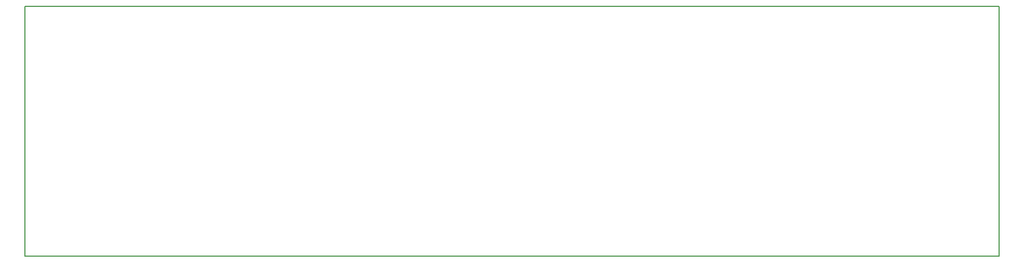
<source format=gko>
G04 start of page 4 for group 2 idx 2 *
G04 Title: 26.006.01.01.01, outline *
G04 Creator: pcb 4.1.2 *
G04 CreationDate: Sat Aug 11 09:36:18 2018 UTC *
G04 For: bert *
G04 Format: Gerber/RS-274X *
G04 PCB-Dimensions (mil): 6200.00 1620.00 *
G04 PCB-Coordinate-Origin: lower left *
%MOIN*%
%FSLAX25Y25*%
%LNGKO*%
%ADD31C,0.0080*%
G54D31*X2500Y159500D02*Y2000D01*
X615000D01*
X2500Y159500D02*X615000D01*
Y2000D01*
M02*

</source>
